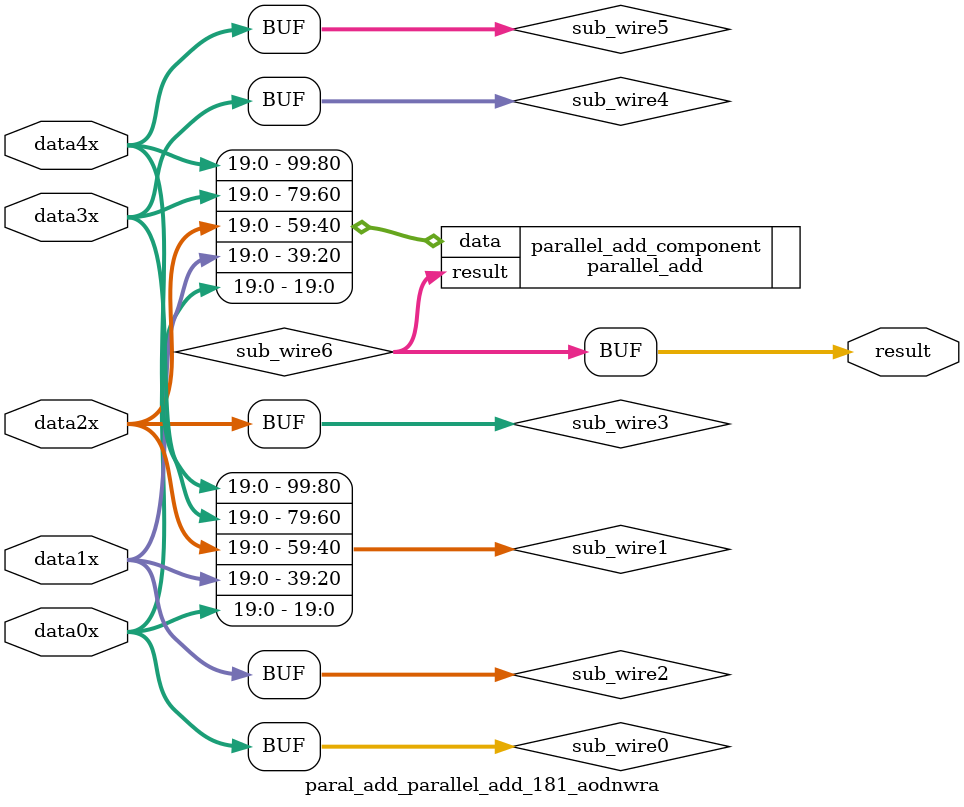
<source format=v>



`timescale 1 ps / 1 ps
// synopsys translate_on
module  paral_add_parallel_add_181_aodnwra  (
	data0x,
	data1x,
	data2x,
	data3x,
	data4x,
	result);

	input	[19:0]  data0x;
	input	[19:0]  data1x;
	input	[19:0]  data2x;
	input	[19:0]  data3x;
	input	[19:0]  data4x;
	output	[22:0]  result;

	wire [22:0] sub_wire6;
	wire [19:0] sub_wire5 = data4x[19:0];
	wire [19:0] sub_wire4 = data3x[19:0];
	wire [19:0] sub_wire3 = data2x[19:0];
	wire [19:0] sub_wire2 = data1x[19:0];
	wire [19:0] sub_wire0 = data0x[19:0];
	wire [99:0] sub_wire1 = {sub_wire5, sub_wire4, sub_wire3, sub_wire2, sub_wire0};
	wire [22:0] result = sub_wire6[22:0];

	parallel_add	parallel_add_component (
				.data (sub_wire1),
				.result (sub_wire6)
				// synopsys translate_off
				,
				.aclr (),
				.clken (),
				.clock ()
				// synopsys translate_on
				);
	defparam
		parallel_add_component.msw_subtract = "NO",
		parallel_add_component.pipeline = 0,
		parallel_add_component.representation = "SIGNED",
		parallel_add_component.result_alignment = "LSB",
		parallel_add_component.shift = 0,
		parallel_add_component.size = 5,
		parallel_add_component.width = 20,
		parallel_add_component.widthr = 23;


endmodule



</source>
